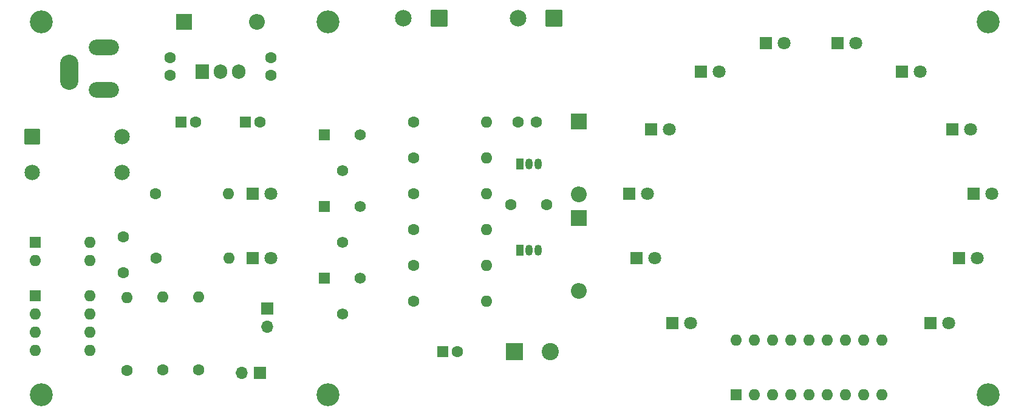
<source format=gbr>
%TF.GenerationSoftware,KiCad,Pcbnew,7.0.10*%
%TF.CreationDate,2024-06-25T20:59:09+02:00*%
%TF.ProjectId,a277d-led-tachometer,61323737-642d-46c6-9564-2d746163686f,rev?*%
%TF.SameCoordinates,Original*%
%TF.FileFunction,Soldermask,Bot*%
%TF.FilePolarity,Negative*%
%FSLAX46Y46*%
G04 Gerber Fmt 4.6, Leading zero omitted, Abs format (unit mm)*
G04 Created by KiCad (PCBNEW 7.0.10) date 2024-06-25 20:59:09*
%MOMM*%
%LPD*%
G01*
G04 APERTURE LIST*
G04 Aperture macros list*
%AMRoundRect*
0 Rectangle with rounded corners*
0 $1 Rounding radius*
0 $2 $3 $4 $5 $6 $7 $8 $9 X,Y pos of 4 corners*
0 Add a 4 corners polygon primitive as box body*
4,1,4,$2,$3,$4,$5,$6,$7,$8,$9,$2,$3,0*
0 Add four circle primitives for the rounded corners*
1,1,$1+$1,$2,$3*
1,1,$1+$1,$4,$5*
1,1,$1+$1,$6,$7*
1,1,$1+$1,$8,$9*
0 Add four rect primitives between the rounded corners*
20,1,$1+$1,$2,$3,$4,$5,0*
20,1,$1+$1,$4,$5,$6,$7,0*
20,1,$1+$1,$6,$7,$8,$9,0*
20,1,$1+$1,$8,$9,$2,$3,0*%
G04 Aperture macros list end*
%ADD10C,1.600000*%
%ADD11O,1.600000X1.600000*%
%ADD12R,1.800000X1.800000*%
%ADD13C,1.800000*%
%ADD14R,1.700000X1.700000*%
%ADD15O,1.700000X1.700000*%
%ADD16R,1.905000X2.000000*%
%ADD17O,1.905000X2.000000*%
%ADD18C,3.200000*%
%ADD19R,1.050000X1.500000*%
%ADD20O,1.050000X1.500000*%
%ADD21RoundRect,0.102000X1.050000X1.050000X-1.050000X1.050000X-1.050000X-1.050000X1.050000X-1.050000X0*%
%ADD22C,2.304000*%
%ADD23R,1.560000X1.560000*%
%ADD24C,1.560000*%
%ADD25R,2.200000X2.200000*%
%ADD26O,2.200000X2.200000*%
%ADD27O,2.554000X4.904000*%
%ADD28O,4.204000X2.204000*%
%ADD29R,1.600000X1.600000*%
%ADD30R,2.400000X2.400000*%
%ADD31C,2.400000*%
%ADD32RoundRect,0.102000X-0.975000X-0.975000X0.975000X-0.975000X0.975000X0.975000X-0.975000X0.975000X0*%
%ADD33C,2.154000*%
G04 APERTURE END LIST*
D10*
%TO.C,R11*%
X-80000Y-28000000D03*
D11*
X10080000Y-28000000D03*
%TD*%
D12*
%TO.C,D6*%
X85000000Y-7000000D03*
D13*
X87540000Y-7000000D03*
%TD*%
D14*
%TO.C,J5*%
X14540000Y-53000000D03*
D15*
X12000000Y-53000000D03*
%TD*%
D12*
%TO.C,D10*%
X114000000Y-28000000D03*
D13*
X116540000Y-28000000D03*
%TD*%
D16*
%TO.C,U3*%
X6460000Y-10945000D03*
D17*
X9000000Y-10945000D03*
X11540000Y-10945000D03*
%TD*%
D18*
%TO.C,REF2*%
X-16000000Y-56000000D03*
%TD*%
D10*
%TO.C,R4*%
X35920000Y-43000000D03*
D11*
X46080000Y-43000000D03*
%TD*%
D18*
%TO.C,REF4*%
X24000000Y-56000000D03*
%TD*%
D19*
%TO.C,T2*%
X50730000Y-35860000D03*
D20*
X52000000Y-35860000D03*
X53270000Y-35860000D03*
%TD*%
D12*
%TO.C,D13*%
X13460000Y-37000000D03*
D13*
X16000000Y-37000000D03*
%TD*%
D10*
%TO.C,R5*%
X35920000Y-23000000D03*
D11*
X46080000Y-23000000D03*
%TD*%
D12*
%TO.C,D8*%
X104000000Y-11000000D03*
D13*
X106540000Y-11000000D03*
%TD*%
D21*
%TO.C,J1*%
X39500000Y-3500000D03*
D22*
X34500000Y-3500000D03*
%TD*%
D23*
%TO.C,P3*%
X23500000Y-39760000D03*
D24*
X26000000Y-44760000D03*
X28500000Y-39760000D03*
%TD*%
D25*
%TO.C,Z1*%
X59000000Y-17920000D03*
D26*
X59000000Y-28080000D03*
%TD*%
D12*
%TO.C,D4*%
X69000000Y-19000000D03*
D13*
X71540000Y-19000000D03*
%TD*%
D10*
%TO.C,R1*%
X35920000Y-28000000D03*
D11*
X46080000Y-28000000D03*
%TD*%
D27*
%TO.C,J3*%
X-12060000Y-11050000D03*
D28*
X-7260000Y-7550000D03*
X-7260000Y-13550000D03*
%TD*%
D10*
%TO.C,R2*%
X35920000Y-33000000D03*
D11*
X46080000Y-33000000D03*
%TD*%
D18*
%TO.C,REF1*%
X-16000000Y-4000000D03*
%TD*%
D10*
%TO.C,R6*%
X35920000Y-18000000D03*
D11*
X46080000Y-18000000D03*
%TD*%
D10*
%TO.C,R8*%
X-4000000Y-52660000D03*
D11*
X-4000000Y-42500000D03*
%TD*%
D29*
%TO.C,C3*%
X40000000Y-50000000D03*
D10*
X42000000Y-50000000D03*
%TD*%
D23*
%TO.C,P1*%
X23500000Y-19760000D03*
D24*
X26000000Y-24760000D03*
X28500000Y-19760000D03*
%TD*%
D29*
%TO.C,U2*%
X-16800000Y-42200000D03*
D11*
X-16800000Y-44740000D03*
X-16800000Y-47280000D03*
X-16800000Y-49820000D03*
X-9180000Y-49820000D03*
X-9180000Y-47280000D03*
X-9180000Y-44740000D03*
X-9180000Y-42200000D03*
%TD*%
D12*
%TO.C,D1*%
X72000000Y-46000000D03*
D13*
X74540000Y-46000000D03*
%TD*%
D25*
%TO.C,D14*%
X3920000Y-4000000D03*
D26*
X14080000Y-4000000D03*
%TD*%
D29*
%TO.C,IC1*%
X80850000Y-56000000D03*
D11*
X83390000Y-56000000D03*
X85930000Y-56000000D03*
X88470000Y-56000000D03*
X91010000Y-56000000D03*
X93550000Y-56000000D03*
X96090000Y-56000000D03*
X98630000Y-56000000D03*
X101170000Y-56000000D03*
X101170000Y-48380000D03*
X98630000Y-48380000D03*
X96090000Y-48380000D03*
X93550000Y-48380000D03*
X91010000Y-48380000D03*
X88470000Y-48380000D03*
X85930000Y-48380000D03*
X83390000Y-48380000D03*
X80850000Y-48380000D03*
%TD*%
D10*
%TO.C,R9*%
X1000000Y-52580000D03*
D11*
X1000000Y-42420000D03*
%TD*%
D12*
%TO.C,D12*%
X108000000Y-46000000D03*
D13*
X110540000Y-46000000D03*
%TD*%
D12*
%TO.C,D5*%
X76000000Y-11000000D03*
D13*
X78540000Y-11000000D03*
%TD*%
D10*
%TO.C,R7*%
X0Y-37000000D03*
D11*
X10160000Y-37000000D03*
%TD*%
D10*
%TO.C,C2*%
X49500000Y-29500000D03*
X54500000Y-29500000D03*
%TD*%
D19*
%TO.C,T1*%
X50730000Y-23860000D03*
D20*
X52000000Y-23860000D03*
X53270000Y-23860000D03*
%TD*%
D23*
%TO.C,P2*%
X23500000Y-29760000D03*
D24*
X26000000Y-34760000D03*
X28500000Y-29760000D03*
%TD*%
D10*
%TO.C,C1*%
X50500000Y-18000000D03*
X53000000Y-18000000D03*
%TD*%
D25*
%TO.C,Z2*%
X59000000Y-31420000D03*
D26*
X59000000Y-41580000D03*
%TD*%
D21*
%TO.C,J2*%
X55500000Y-3500000D03*
D22*
X50500000Y-3500000D03*
%TD*%
D12*
%TO.C,D11*%
X112000000Y-37000000D03*
D13*
X114540000Y-37000000D03*
%TD*%
D12*
%TO.C,D3*%
X66000000Y-28000000D03*
D13*
X68540000Y-28000000D03*
%TD*%
D12*
%TO.C,D2*%
X67000000Y-37000000D03*
D13*
X69540000Y-37000000D03*
%TD*%
D10*
%TO.C,R10*%
X6000000Y-52580000D03*
D11*
X6000000Y-42420000D03*
%TD*%
D29*
%TO.C,C6*%
X12500000Y-18000000D03*
D10*
X14500000Y-18000000D03*
%TD*%
%TO.C,R3*%
X35920000Y-38000000D03*
D11*
X46080000Y-38000000D03*
%TD*%
D12*
%TO.C,D15*%
X13460000Y-28000000D03*
D13*
X16000000Y-28000000D03*
%TD*%
D29*
%TO.C,C5*%
X3500000Y-18000000D03*
D10*
X5500000Y-18000000D03*
%TD*%
D30*
%TO.C,C4*%
X50000000Y-50000000D03*
D31*
X55000000Y-50000000D03*
%TD*%
D10*
%TO.C,C7*%
X-4500000Y-39000000D03*
X-4500000Y-34000000D03*
%TD*%
D29*
%TO.C,U1*%
X-16800000Y-34725000D03*
D11*
X-16800000Y-37265000D03*
X-9180000Y-37265000D03*
X-9180000Y-34725000D03*
%TD*%
D18*
%TO.C,REF5*%
X116000000Y-4000000D03*
%TD*%
D12*
%TO.C,D9*%
X111000000Y-19000000D03*
D13*
X113540000Y-19000000D03*
%TD*%
D14*
%TO.C,J4*%
X15500000Y-44000000D03*
D15*
X15500000Y-46540000D03*
%TD*%
D18*
%TO.C,REF6*%
X116000000Y-56000000D03*
%TD*%
D10*
%TO.C,C8*%
X2000000Y-11500000D03*
X2000000Y-9000000D03*
%TD*%
D18*
%TO.C,REF3*%
X24000000Y-4000000D03*
%TD*%
D12*
%TO.C,D7*%
X95000000Y-7000000D03*
D13*
X97540000Y-7000000D03*
%TD*%
D32*
%TO.C,S1*%
X-17250000Y-20000000D03*
D33*
X-4750000Y-20000000D03*
X-17250000Y-25000000D03*
X-4750000Y-25000000D03*
%TD*%
D10*
%TO.C,C9*%
X16000000Y-11500000D03*
X16000000Y-9000000D03*
%TD*%
M02*

</source>
